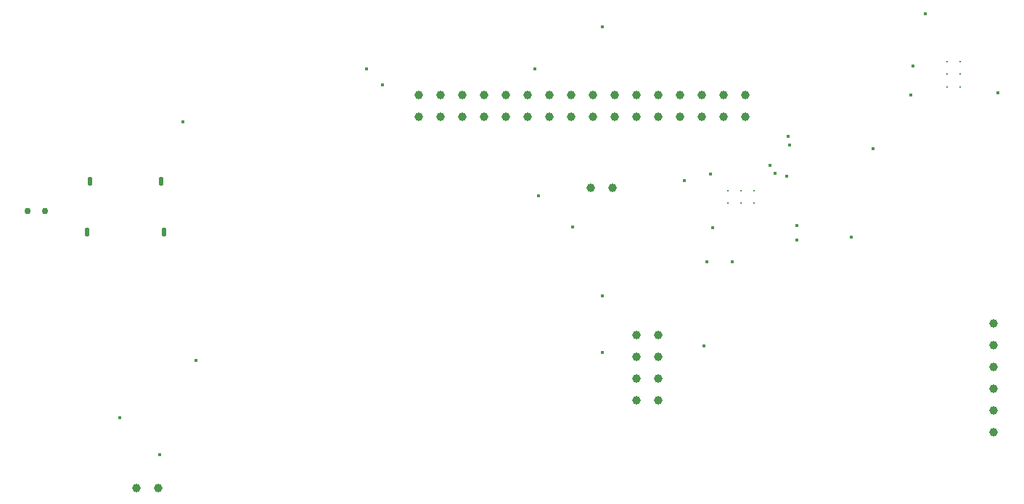
<source format=gbr>
%TF.GenerationSoftware,KiCad,Pcbnew,(7.0.0)*%
%TF.CreationDate,2025-04-15T21:29:13+02:00*%
%TF.ProjectId,PowerSchematic,506f7765-7253-4636-9865-6d617469632e,rev?*%
%TF.SameCoordinates,Original*%
%TF.FileFunction,Plated,1,2,PTH,Mixed*%
%TF.FilePolarity,Positive*%
%FSLAX46Y46*%
G04 Gerber Fmt 4.6, Leading zero omitted, Abs format (unit mm)*
G04 Created by KiCad (PCBNEW (7.0.0)) date 2025-04-15 21:29:13*
%MOMM*%
%LPD*%
G01*
G04 APERTURE LIST*
%TA.AperFunction,ComponentDrill*%
%ADD10C,0.200000*%
%TD*%
%TA.AperFunction,ViaDrill*%
%ADD11C,0.400000*%
%TD*%
G04 aperture for slot hole*
%TA.AperFunction,ComponentDrill*%
%ADD12O,0.500000X1.100000*%
%TD*%
%TA.AperFunction,ComponentDrill*%
%ADD13C,0.750000*%
%TD*%
%TA.AperFunction,ComponentDrill*%
%ADD14C,1.000000*%
%TD*%
G04 APERTURE END LIST*
D10*
%TO.C,U1*%
X168000000Y-74300000D03*
X168000000Y-75800000D03*
X169500000Y-74300000D03*
X169500000Y-75800000D03*
X171000000Y-74300000D03*
X171000000Y-75800000D03*
%TO.C,U5*%
X193587500Y-59225000D03*
X193587500Y-60725000D03*
X193587500Y-62225000D03*
X195087500Y-59225000D03*
X195087500Y-60725000D03*
X195087500Y-62225000D03*
%TD*%
D11*
X97019000Y-100866400D03*
X101665500Y-105122700D03*
X104411000Y-66249500D03*
X105933100Y-94172800D03*
X125817800Y-60063600D03*
X127714000Y-61967100D03*
X145431100Y-60116700D03*
X145866800Y-74879100D03*
X149825600Y-78535300D03*
X153330700Y-55190900D03*
X153330700Y-86629600D03*
X153330700Y-93218500D03*
X162923500Y-73147300D03*
X165180100Y-92409900D03*
X165492200Y-82619600D03*
X165944000Y-72356900D03*
X166243200Y-78671100D03*
X168500000Y-82619600D03*
X172897400Y-71402500D03*
X173527300Y-72291800D03*
X174884600Y-72618600D03*
X174977100Y-68008100D03*
X175194400Y-69032700D03*
X176038600Y-78383500D03*
X176069700Y-80045500D03*
X182352100Y-79773600D03*
X184929100Y-69382500D03*
X189319000Y-63143700D03*
X189572500Y-59750000D03*
X191047000Y-53646500D03*
X199486300Y-62872500D03*
D12*
%TO.C,J1*%
X93244999Y-79159999D03*
X93604999Y-73209999D03*
X101864999Y-73209999D03*
X102224999Y-79159999D03*
D13*
%TO.C,J2*%
X86285000Y-76720000D03*
X88285000Y-76720000D03*
D14*
%TO.C,J7*%
X99000000Y-109000000D03*
X101540000Y-109000000D03*
%TO.C,J4*%
X131900000Y-63110000D03*
X131900000Y-65650000D03*
X134440000Y-63110000D03*
X134440000Y-65650000D03*
X136980000Y-63110000D03*
X136980000Y-65650000D03*
X139520000Y-63110000D03*
X139520000Y-65650000D03*
X142060000Y-63110000D03*
X142060000Y-65650000D03*
X144600000Y-63110000D03*
X144600000Y-65650000D03*
X147140000Y-63110000D03*
X147140000Y-65650000D03*
X149680000Y-63110000D03*
X149680000Y-65650000D03*
%TO.C,J3*%
X152000000Y-74000000D03*
%TO.C,J4*%
X152220000Y-63110000D03*
X152220000Y-65650000D03*
%TO.C,J3*%
X154540000Y-74000000D03*
%TO.C,J4*%
X154760000Y-63110000D03*
X154760000Y-65650000D03*
X157300000Y-63110000D03*
X157300000Y-65650000D03*
%TO.C,U4*%
X157350000Y-91200000D03*
X157350000Y-93740000D03*
X157350000Y-96280000D03*
X157350000Y-98820000D03*
%TO.C,J4*%
X159840000Y-63110000D03*
X159840000Y-65650000D03*
%TO.C,U4*%
X159890000Y-91200000D03*
X159890000Y-93740000D03*
X159890000Y-96280000D03*
X159890000Y-98820000D03*
%TO.C,J4*%
X162380000Y-63110000D03*
X162380000Y-65650000D03*
X164920000Y-63110000D03*
X164920000Y-65650000D03*
X167460000Y-63110000D03*
X167460000Y-65650000D03*
X170000000Y-63110000D03*
X170000000Y-65650000D03*
%TO.C,J5*%
X199000000Y-89840000D03*
X199000000Y-92380000D03*
X199000000Y-94920000D03*
X199000000Y-97460000D03*
X199000000Y-100000000D03*
X199000000Y-102540000D03*
M02*

</source>
